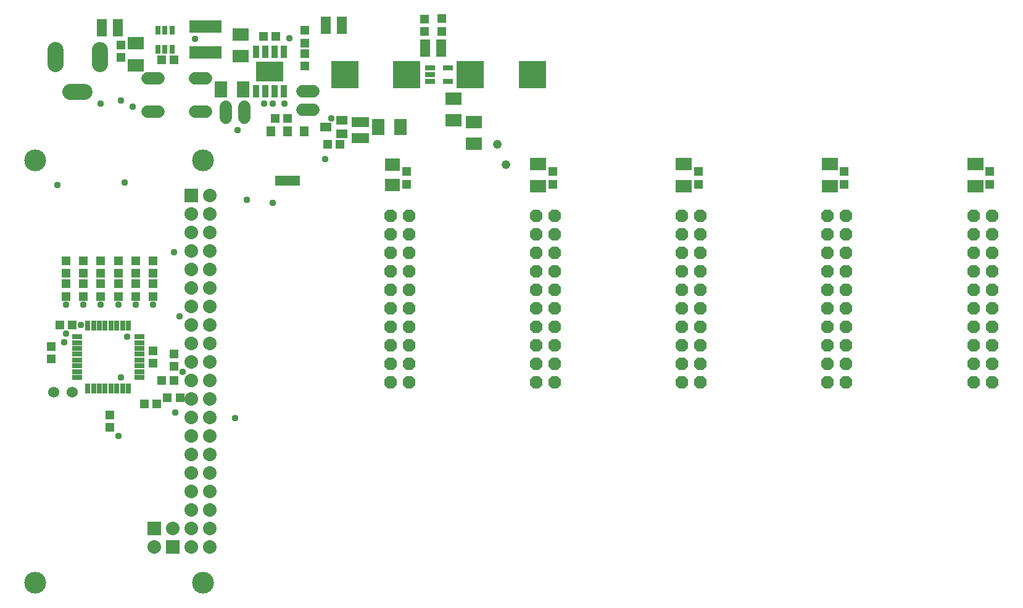
<source format=gbr>
G04 EAGLE Gerber RS-274X export*
G75*
%MOMM*%
%FSLAX34Y34*%
%LPD*%
%INSoldermask Top*%
%IPPOS*%
%AMOC8*
5,1,8,0,0,1.08239X$1,22.5*%
G01*
%ADD10R,1.868200X1.868200*%
%ADD11C,1.868200*%
%ADD12C,3.003200*%
%ADD13P,1.869504X8X292.500000*%
%ADD14R,2.003200X1.803200*%
%ADD15R,2.203200X1.703200*%
%ADD16R,1.283200X1.253200*%
%ADD17R,1.473200X0.762000*%
%ADD18R,0.762000X1.473200*%
%ADD19C,1.524000*%
%ADD20R,1.303200X1.203200*%
%ADD21R,1.203200X1.303200*%
%ADD22R,0.903200X1.753200*%
%ADD23R,3.703200X2.803200*%
%ADD24C,2.203200*%
%ADD25R,1.703200X2.203200*%
%ADD26C,1.727200*%
%ADD27R,1.403200X0.803200*%
%ADD28R,3.703200X3.703200*%
%ADD29R,1.453200X2.403200*%
%ADD30R,2.403200X1.453200*%
%ADD31R,1.203200X1.403200*%
%ADD32R,3.503200X1.403200*%
%ADD33R,1.603200X1.203200*%
%ADD34R,0.753200X1.253200*%
%ADD35R,4.403200X1.703200*%
%ADD36R,1.253200X1.283200*%
%ADD37C,0.959600*%
%ADD38C,1.209600*%


D10*
X264300Y581750D03*
D11*
X289700Y581750D03*
X264300Y556350D03*
X289700Y556350D03*
X264300Y530950D03*
X289700Y530950D03*
X264300Y505550D03*
X289700Y505550D03*
X264300Y480150D03*
X289700Y480150D03*
X264300Y454750D03*
X289700Y454750D03*
X264300Y429350D03*
X289700Y429350D03*
X264300Y403950D03*
X289700Y403950D03*
X264300Y378550D03*
X289700Y378550D03*
X264300Y353150D03*
X289700Y353150D03*
X264300Y327750D03*
X289700Y327750D03*
X264300Y302350D03*
X289700Y302350D03*
X264300Y276950D03*
X289700Y276950D03*
X264300Y251550D03*
X289700Y251550D03*
X264300Y226150D03*
X289700Y226150D03*
X264300Y200750D03*
X289700Y200750D03*
X264300Y175350D03*
X289700Y175350D03*
X264300Y149950D03*
X289700Y149950D03*
X264300Y124550D03*
X289700Y124550D03*
X264300Y99150D03*
X289700Y99150D03*
D10*
X238900Y99150D03*
D11*
X238900Y124550D03*
D10*
X213500Y124550D03*
D11*
X213500Y99150D03*
D12*
X280100Y630450D03*
X50100Y630450D03*
X50100Y50450D03*
X280100Y50450D03*
D13*
X537300Y554300D03*
X562700Y554300D03*
X537300Y528900D03*
X562700Y528900D03*
X537300Y503500D03*
X562700Y503500D03*
X537300Y478100D03*
X562700Y478100D03*
X537300Y452700D03*
X562700Y452700D03*
X537300Y427300D03*
X562700Y427300D03*
X537300Y401900D03*
X562700Y401900D03*
X537300Y376500D03*
X562700Y376500D03*
X537300Y351100D03*
X562700Y351100D03*
X537300Y325700D03*
X562700Y325700D03*
X737300Y554300D03*
X762700Y554300D03*
X737300Y528900D03*
X762700Y528900D03*
X737300Y503500D03*
X762700Y503500D03*
X737300Y478100D03*
X762700Y478100D03*
X737300Y452700D03*
X762700Y452700D03*
X737300Y427300D03*
X762700Y427300D03*
X737300Y401900D03*
X762700Y401900D03*
X737300Y376500D03*
X762700Y376500D03*
X737300Y351100D03*
X762700Y351100D03*
X737300Y325700D03*
X762700Y325700D03*
X937300Y554300D03*
X962700Y554300D03*
X937300Y528900D03*
X962700Y528900D03*
X937300Y503500D03*
X962700Y503500D03*
X937300Y478100D03*
X962700Y478100D03*
X937300Y452700D03*
X962700Y452700D03*
X937300Y427300D03*
X962700Y427300D03*
X937300Y401900D03*
X962700Y401900D03*
X937300Y376500D03*
X962700Y376500D03*
X937300Y351100D03*
X962700Y351100D03*
X937300Y325700D03*
X962700Y325700D03*
X1137300Y554300D03*
X1162700Y554300D03*
X1137300Y528900D03*
X1162700Y528900D03*
X1137300Y503500D03*
X1162700Y503500D03*
X1137300Y478100D03*
X1162700Y478100D03*
X1137300Y452700D03*
X1162700Y452700D03*
X1137300Y427300D03*
X1162700Y427300D03*
X1137300Y401900D03*
X1162700Y401900D03*
X1137300Y376500D03*
X1162700Y376500D03*
X1137300Y351100D03*
X1162700Y351100D03*
X1137300Y325700D03*
X1162700Y325700D03*
X1337300Y554300D03*
X1362700Y554300D03*
X1337300Y528900D03*
X1362700Y528900D03*
X1337300Y503500D03*
X1362700Y503500D03*
X1337300Y478100D03*
X1362700Y478100D03*
X1337300Y452700D03*
X1362700Y452700D03*
X1337300Y427300D03*
X1362700Y427300D03*
X1337300Y401900D03*
X1362700Y401900D03*
X1337300Y376500D03*
X1362700Y376500D03*
X1337300Y351100D03*
X1362700Y351100D03*
X1337300Y325700D03*
X1362700Y325700D03*
D14*
X540000Y596000D03*
X540000Y624000D03*
D15*
X740000Y595000D03*
X740000Y625000D03*
X940000Y595000D03*
X940000Y625000D03*
X1140000Y595000D03*
X1140000Y625000D03*
X1340000Y595000D03*
X1340000Y625000D03*
D16*
X560000Y597250D03*
X560000Y614750D03*
X760000Y597250D03*
X760000Y614750D03*
X960000Y597250D03*
X960000Y614750D03*
X1160000Y597250D03*
X1160000Y614750D03*
X1360000Y597250D03*
X1360000Y614750D03*
D17*
X107074Y388000D03*
X107074Y380000D03*
X107074Y372000D03*
X107074Y364000D03*
X107074Y356000D03*
X107074Y348000D03*
X107074Y340000D03*
X107074Y332000D03*
D18*
X122000Y317074D03*
X130000Y317074D03*
X138000Y317074D03*
X146000Y317074D03*
X154000Y317074D03*
X162000Y317074D03*
X170000Y317074D03*
X178000Y317074D03*
D17*
X192926Y332000D03*
X192926Y340000D03*
X192926Y348000D03*
X192926Y356000D03*
X192926Y364000D03*
X192926Y372000D03*
X192926Y380000D03*
X192926Y388000D03*
D18*
X178000Y402926D03*
X170000Y402926D03*
X162000Y402926D03*
X154000Y402926D03*
X146000Y402926D03*
X138000Y402926D03*
X130000Y402926D03*
X122000Y402926D03*
D16*
X212000Y368750D03*
X212000Y351250D03*
X72000Y374750D03*
X72000Y357250D03*
D19*
X100700Y312000D03*
X75300Y312000D03*
D20*
X212000Y492500D03*
X212000Y475500D03*
X188000Y492500D03*
X188000Y475500D03*
X164000Y492500D03*
X164000Y475500D03*
X212000Y460500D03*
X212000Y443500D03*
X188000Y460500D03*
X188000Y443500D03*
X164000Y460500D03*
X164000Y443500D03*
D21*
X83500Y404000D03*
X100500Y404000D03*
D22*
X391050Y779250D03*
X378350Y779250D03*
X365650Y779250D03*
X352950Y779250D03*
X352950Y724750D03*
X365650Y724750D03*
X378350Y724750D03*
X391050Y724750D03*
D23*
X372000Y752000D03*
D24*
X139000Y762000D02*
X139000Y782000D01*
X78000Y782000D02*
X78000Y762000D01*
X98000Y724000D02*
X118000Y724000D01*
D16*
X168000Y771250D03*
X168000Y788750D03*
D21*
X363500Y800000D03*
X380500Y800000D03*
D15*
X188000Y791000D03*
X188000Y761000D03*
D25*
X335000Y728000D03*
X305000Y728000D03*
D20*
X420000Y791500D03*
X420000Y808500D03*
X420000Y759500D03*
X420000Y776500D03*
D26*
X416380Y724700D02*
X431620Y724700D01*
X431620Y699300D02*
X416380Y699300D01*
X336700Y703620D02*
X336700Y688380D01*
X311300Y688380D02*
X311300Y703620D01*
D20*
X140000Y492500D03*
X140000Y475500D03*
X140000Y460500D03*
X140000Y443500D03*
X116000Y492500D03*
X116000Y475500D03*
X116000Y460500D03*
X116000Y443500D03*
D27*
X591500Y757500D03*
X591500Y748000D03*
X591500Y738500D03*
X616500Y738500D03*
X616500Y757500D03*
D15*
X624000Y715000D03*
X624000Y685000D03*
D28*
X475000Y748000D03*
X560000Y748000D03*
D29*
X585000Y784000D03*
X607000Y784000D03*
D20*
X584000Y824500D03*
X584000Y807500D03*
D16*
X608000Y824750D03*
X608000Y807250D03*
D28*
X647000Y748000D03*
X732000Y748000D03*
D29*
X449000Y816000D03*
X471000Y816000D03*
D30*
X496000Y661000D03*
X496000Y683000D03*
D25*
X521000Y676000D03*
X551000Y676000D03*
D31*
X419000Y670000D03*
X396000Y670000D03*
X373000Y670000D03*
D32*
X396000Y602000D03*
D33*
X449000Y676000D03*
X471000Y685500D03*
X471000Y666500D03*
D21*
X379500Y688000D03*
X396500Y688000D03*
X468500Y652000D03*
X451500Y652000D03*
D26*
X284132Y697394D02*
X268892Y697394D01*
X268892Y742606D02*
X284132Y742606D01*
X219108Y697394D02*
X203868Y697394D01*
X203868Y742606D02*
X219108Y742606D01*
D15*
X652000Y683000D03*
X652000Y653000D03*
D34*
X237500Y809000D03*
X228000Y809000D03*
X218500Y809000D03*
X218500Y783000D03*
X228000Y783000D03*
X237500Y783000D03*
D35*
X284000Y778000D03*
X284000Y814000D03*
D15*
X332000Y803000D03*
X332000Y773000D03*
D36*
X223250Y768000D03*
X240750Y768000D03*
D20*
X92000Y492500D03*
X92000Y475500D03*
X92000Y460500D03*
X92000Y443500D03*
D21*
X240500Y328000D03*
X223500Y328000D03*
D20*
X152000Y280500D03*
X152000Y263500D03*
X240000Y347500D03*
X240000Y364500D03*
D21*
X199500Y296000D03*
X216500Y296000D03*
X231500Y304000D03*
X248500Y304000D03*
D29*
X141000Y812000D03*
X163000Y812000D03*
D37*
X248000Y416000D03*
X240000Y504000D03*
D38*
X684000Y652000D03*
X696000Y624000D03*
D37*
X376000Y572000D03*
X212000Y432000D03*
X188000Y432000D03*
X164000Y432000D03*
X139646Y432000D03*
X116000Y432000D03*
X456000Y688000D03*
X92000Y432000D03*
X241904Y284000D03*
X324000Y276000D03*
X168000Y712000D03*
X164000Y252000D03*
X176000Y388000D03*
X140000Y708000D03*
X268985Y796985D03*
X92000Y392000D03*
X376000Y708000D03*
X89418Y380354D03*
X364000Y708000D03*
X184000Y704000D03*
X399162Y797830D03*
X112330Y404000D03*
X392000Y708000D03*
X80000Y596000D03*
X172354Y600000D03*
X340000Y576000D03*
X448000Y632000D03*
X328000Y672000D03*
X252000Y340000D03*
X168000Y332000D03*
M02*

</source>
